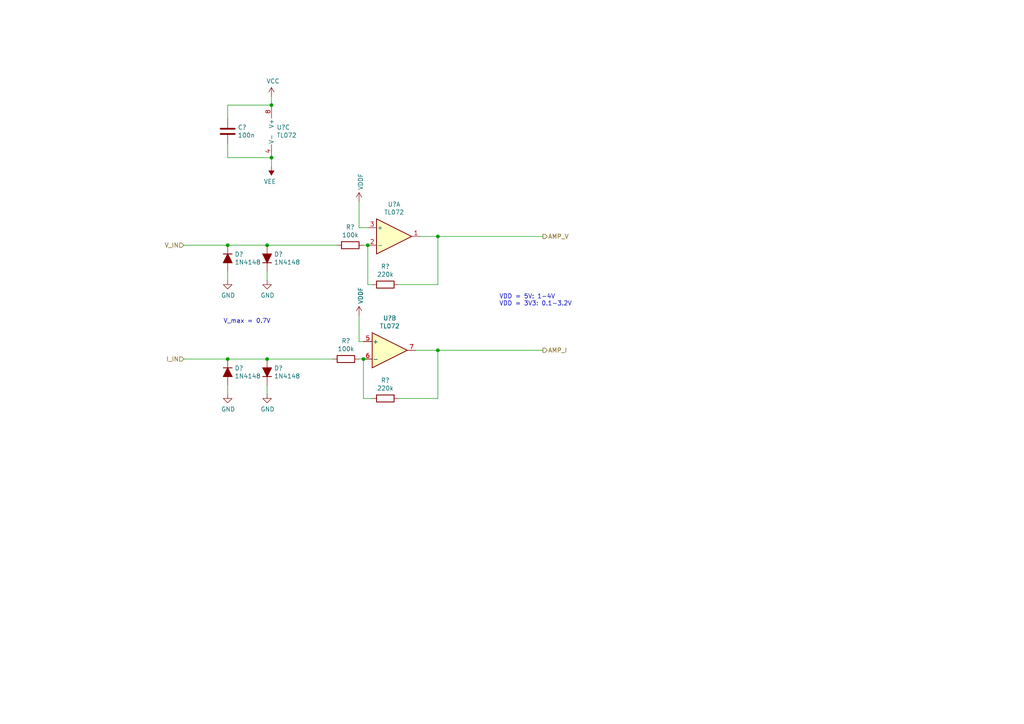
<source format=kicad_sch>
(kicad_sch (version 20231120) (generator "eeschema") (generator_version "8.0")
  (paper "A4")
  (lib_symbols
    (symbol "Amplifier_Operational:TL072" (pin_names (offset 0.127))
      (property "Reference" "U" (at 0 5.08 0))
      (property "Value" "TL072" (at 0 -5.08 0))
      (symbol "TL072_1_1"
        (polyline (pts (xy -5.08 5.08) (xy 5.08 0) (xy -5.08 -5.08) (xy -5.08 5.08)) (stroke (width 0.254)) (fill (type background)))
        (pin output line (at 7.62 0 180) (length 2.54) (name "~") (number "1"))
        (pin input line (at -7.62 -2.54 0) (length 2.54) (name "-") (number "2"))
        (pin input line (at -7.62 2.54 0) (length 2.54) (name "+") (number "3"))
      )
      (symbol "TL072_2_1"
        (polyline (pts (xy -5.08 5.08) (xy 5.08 0) (xy -5.08 -5.08) (xy -5.08 5.08)) (stroke (width 0.254)) (fill (type background)))
        (pin input line (at -7.62 2.54 0) (length 2.54) (name "+") (number "5"))
        (pin input line (at -7.62 -2.54 0) (length 2.54) (name "-") (number "6"))
        (pin output line (at 7.62 0 180) (length 2.54) (name "~") (number "7"))
      )
      (symbol "TL072_3_1"
        (pin power_in line (at -2.54 -7.62 90) (length 3.81) (name "V-") (number "4"))
        (pin power_in line (at -2.54 7.62 270) (length 3.81) (name "V+") (number "8"))
      )
    )
    (symbol "Device:C" (pin_numbers hide) (pin_names (offset 0.254))
      (property "Reference" "C" (at 0.635 2.54 0))
      (property "Value" "C" (at 0.635 -2.54 0))
      (symbol "C_0_1"
        (polyline (pts (xy -2.032 -0.762) (xy 2.032 -0.762)) (stroke (width 0.508)))
        (polyline (pts (xy -2.032 0.762) (xy 2.032 0.762)) (stroke (width 0.508)))
      )
      (symbol "C_1_1"
        (pin passive line (at 0 3.81 270) (length 2.794) (name "~") (number "1"))
        (pin passive line (at 0 -3.81 90) (length 2.794) (name "~") (number "2"))
      )
    )
    (symbol "Device:D_Filled" (pin_numbers hide) (pin_names (offset 1.016) hide)
      (property "Reference" "D" (at 0 2.54 0))
      (property "Value" "D_Filled" (at 0 -2.54 0))
      (symbol "D_Filled_0_1"
        (polyline (pts (xy -1.27 1.27) (xy -1.27 -1.27)) (stroke (width 0.254)))
        (polyline (pts (xy 1.27 0) (xy -1.27 0)))
        (polyline (pts (xy 1.27 1.27) (xy 1.27 -1.27) (xy -1.27 0) (xy 1.27 1.27)) (stroke (width 0.254)) (fill (type outline)))
      )
      (symbol "D_Filled_1_1"
        (pin passive line (at -3.81 0 0) (length 2.54) (name "K") (number "1"))
        (pin passive line (at 3.81 0 180) (length 2.54) (name "A") (number "2"))
      )
    )
    (symbol "Device:R" (pin_numbers hide) (pin_names (offset 0))
      (property "Reference" "R" (at 2.032 0 90))
      (property "Value" "R" (at 0 0 90))
      (symbol "R_0_1"
        (rectangle (start -1.016 -2.54) (end 1.016 2.54) (stroke (width 0.254)))
      )
      (symbol "R_1_1"
        (pin passive line (at 0 3.81 270) (length 1.27) (name "~") (number "1"))
        (pin passive line (at 0 -3.81 90) (length 1.27) (name "~") (number "2"))
      )
    )
    (symbol "power:GND" (power) (pin_names (offset 0))
      (property "Value" "GND" (at 0 -3.81 0))
      (symbol "GND_0_1"
        (polyline (pts (xy 0 0) (xy 0 -1.27) (xy 1.27 -1.27) (xy 0 -2.54) (xy -1.27 -1.27) (xy 0 -1.27)))
      )
      (symbol "GND_1_1"
        (pin power_in line (at 0 0 270) (length 0) hide (name "GND") (number "1"))
      )
    )
    (symbol "power:VCC" (power) (pin_names (offset 0))
      (property "Value" "VCC" (at 0 3.81 0))
      (symbol "VCC_0_1"
        (polyline (pts (xy -0.762 1.27) (xy 0 2.54)))
        (polyline (pts (xy 0 0) (xy 0 2.54)))
        (polyline (pts (xy 0 2.54) (xy 0.762 1.27)))
      )
      (symbol "VCC_1_1"
        (pin power_in line (at 0 0 90) (length 0) hide (name "VCC") (number "1"))
      )
    )
    (symbol "power:VDDF" (power) (pin_names (offset 0))
      (property "Value" "VDDF" (at 0 3.81 0))
      (symbol "VDDF_0_1"
        (polyline (pts (xy -0.762 1.27) (xy 0 2.54)))
        (polyline (pts (xy 0 0) (xy 0 2.54)))
        (polyline (pts (xy 0 2.54) (xy 0.762 1.27)))
      )
      (symbol "VDDF_1_1"
        (pin power_in line (at 0 0 90) (length 0) hide (name "VDDF") (number "1"))
      )
    )
    (symbol "power:VEE" (power) (pin_names (offset 0))
      (property "Value" "VEE" (at 0 3.81 0))
      (symbol "VEE_0_1"
        (polyline (pts (xy 0 0) (xy 0 2.54)))
        (polyline (pts (xy 0.762 1.27) (xy -0.762 1.27) (xy 0 2.54) (xy 0.762 1.27)) (fill (type outline)))
      )
      (symbol "VEE_1_1"
        (pin power_in line (at 0 0 90) (length 0) hide (name "VEE") (number "1"))
      )
    )
  )
  (junction (at 106.68 71.12))
  (junction (at 78.74 30.48))
  (junction (at 77.47 104.14))
  (junction (at 105.41 104.14))
  (junction (at 66.04 104.14))
  (junction (at 127 68.58))
  (junction (at 66.04 71.12))
  (junction (at 127 101.6))
  (junction (at 77.47 71.12))
  (junction (at 78.74 45.72))
  (wire (pts (xy 77.47 104.14) (xy 96.52 104.14)))
  (wire (pts (xy 66.04 45.72) (xy 78.74 45.72)))
  (wire (pts (xy 127 68.58) (xy 157.48 68.58)))
  (wire (pts (xy 105.41 71.12) (xy 106.68 71.12)))
  (wire (pts (xy 66.04 41.91) (xy 66.04 45.72)))
  (wire (pts (xy 78.74 30.48) (xy 78.74 27.94)))
  (wire (pts (xy 127 82.55) (xy 127 68.58)))
  (wire (pts (xy 53.34 104.14) (xy 66.04 104.14)))
  (wire (pts (xy 121.92 68.58) (xy 127 68.58)))
  (wire (pts (xy 66.04 104.14) (xy 77.47 104.14)))
  (wire (pts (xy 66.04 78.74) (xy 66.04 81.28)))
  (wire (pts (xy 105.41 115.57) (xy 105.41 104.14)))
  (wire (pts (xy 78.74 48.26) (xy 78.74 45.72)))
  (wire (pts (xy 66.04 34.29) (xy 66.04 30.48)))
  (wire (pts (xy 66.04 30.48) (xy 78.74 30.48)))
  (wire (pts (xy 115.57 115.57) (xy 127 115.57)))
  (wire (pts (xy 77.47 71.12) (xy 97.79 71.12)))
  (wire (pts (xy 104.14 58.42) (xy 104.14 66.04)))
  (wire (pts (xy 127 101.6) (xy 157.48 101.6)))
  (wire (pts (xy 107.95 115.57) (xy 105.41 115.57)))
  (wire (pts (xy 106.68 82.55) (xy 106.68 71.12)))
  (wire (pts (xy 66.04 71.12) (xy 77.47 71.12)))
  (wire (pts (xy 77.47 114.3) (xy 77.47 111.76)))
  (wire (pts (xy 115.57 82.55) (xy 127 82.55)))
  (wire (pts (xy 120.65 101.6) (xy 127 101.6)))
  (wire (pts (xy 107.95 82.55) (xy 106.68 82.55)))
  (wire (pts (xy 66.04 111.76) (xy 66.04 114.3)))
  (wire (pts (xy 127 115.57) (xy 127 101.6)))
  (wire (pts (xy 104.14 99.06) (xy 105.41 99.06)))
  (wire (pts (xy 104.14 66.04) (xy 106.68 66.04)))
  (wire (pts (xy 77.47 78.74) (xy 77.47 81.28)))
  (wire (pts (xy 53.34 71.12) (xy 66.04 71.12)))
  (wire (pts (xy 104.14 91.44) (xy 104.14 99.06)))
  (wire (pts (xy 104.14 104.14) (xy 105.41 104.14)))
  (text "V_max = 0.7V" (at 64.77 93.98 0) (effects (font (size 1.27 1.27)) (justify left bottom)))
  (text "VDD = 5V: 1-4V\nVDD = 3V3: 0.1-3.2V" (at 144.78 88.9 0) (effects (font (size 1.27 1.27)) (justify left bottom)))
  (hierarchical_label "AMP_V" (shape output) (at 157.48 68.58 0))
  (hierarchical_label "I_IN" (shape input) (at 53.34 104.14 180))
  (hierarchical_label "AMP_I" (shape output) (at 157.48 101.6 0))
  (hierarchical_label "V_IN" (shape input) (at 53.34 71.12 180))
  (symbol (lib_id "power:VEE") (at 78.74 48.26 180) (unit 1)
    (property "Reference" "#PWR?" (effects (hide yes)))
    (property "Value" "VEE" (at 78.2828 52.6542 0))
  )
  (symbol (lib_id "power:VCC") (at 78.74 27.94 0) (unit 1)
    (property "Reference" "#PWR?" (effects (hide yes)))
    (property "Value" "VCC" (at 79.1718 23.5458 0))
  )
  (symbol (lib_id "Device:C") (at 66.04 38.1 0) (unit 1)
    (property "Reference" "C?" (at 68.961 36.9316 0) (effects (justify left)))
    (property "Value" "100n" (at 68.961 39.243 0) (effects (justify left)))
    (property "Footprint" "For_Rasterboard:C_Disc_D3.0mm_W1.6mm_Pinf" (effects (hide yes)))
  )
  (symbol (lib_id "Amplifier_Operational:TL072") (at 114.3 68.58 0) (unit 1)
    (property "Reference" "U?" (at 114.3 59.2582 0))
    (property "Value" "TL072" (at 114.3 61.5696 0))
    (property "Footprint" "Package_DIP:DIP-8_W7.62mm" (effects (hide yes)))
    (property "Datasheet" "http://www.ti.com/lit/ds/symlink/tl071.pdf" (effects (hide yes)))
  )
  (symbol (lib_id "Amplifier_Operational:TL072") (at 113.03 101.6 0) (unit 2)
    (property "Reference" "U?" (at 113.03 92.2782 0))
    (property "Value" "TL072" (at 113.03 94.5896 0))
    (property "Footprint" "Package_DIP:DIP-8_W7.62mm" (effects (hide yes)))
    (property "Datasheet" "http://www.ti.com/lit/ds/symlink/tl071.pdf" (effects (hide yes)))
  )
  (symbol (lib_id "Amplifier_Operational:TL072") (at 81.28 38.1 0) (unit 3)
    (property "Reference" "U?" (at 80.2132 36.9316 0) (effects (justify left)))
    (property "Value" "TL072" (at 80.2132 39.243 0) (effects (justify left)))
    (property "Footprint" "Package_DIP:DIP-8_W7.62mm" (effects (hide yes)))
    (property "Datasheet" "http://www.ti.com/lit/ds/symlink/tl071.pdf" (effects (hide yes)))
  )
  (symbol (lib_id "power:VDDF") (at 104.14 58.42 0) (unit 1)
    (property "Reference" "#PWR?" (effects (hide yes)))
    (property "Value" "VDDF" (at 104.5972 55.1688 90) (effects (justify left)))
  )
  (symbol (lib_id "Device:R") (at 111.76 82.55 270) (unit 1)
    (property "Reference" "R?" (at 111.76 77.2922 90))
    (property "Value" "220k" (at 111.76 79.6036 90))
    (property "Footprint" "Resistor_THT:R_Axial_DIN0207_L6.3mm_D2.5mm_P2.54mm_Vertical" (effects (hide yes)))
  )
  (symbol (lib_id "Device:R") (at 101.6 71.12 270) (unit 1)
    (property "Reference" "R?" (at 101.6 65.8622 90))
    (property "Value" "100k" (at 101.6 68.1736 90))
    (property "Footprint" "For_Rasterboard:R_Axial_DIN0207_L6.3mm_D2.5mm_Pinf_Horizontal" (effects (hide yes)))
  )
  (symbol (lib_id "Device:R") (at 111.76 115.57 270) (unit 1)
    (property "Reference" "R?" (at 111.76 110.3122 90))
    (property "Value" "220k" (at 111.76 112.6236 90))
    (property "Footprint" "Resistor_THT:R_Axial_DIN0207_L6.3mm_D2.5mm_P2.54mm_Vertical" (effects (hide yes)))
  )
  (symbol (lib_id "Device:R") (at 100.33 104.14 270) (unit 1)
    (property "Reference" "R?" (at 100.33 98.8822 90))
    (property "Value" "100k" (at 100.33 101.1936 90))
    (property "Footprint" "For_Rasterboard:R_Axial_DIN0207_L6.3mm_D2.5mm_Pinf_Horizontal" (effects (hide yes)))
  )
  (symbol (lib_id "power:VDDF") (at 104.14 91.44 0) (unit 1)
    (property "Reference" "#PWR?" (effects (hide yes)))
    (property "Value" "VDDF" (at 104.5972 88.1888 90) (effects (justify left)))
  )
  (symbol (lib_id "Device:D_Filled") (at 66.04 74.93 270) (unit 1)
    (property "Reference" "D?" (at 68.0466 73.7616 90) (effects (justify left)))
    (property "Value" "1N4148" (at 68.0466 76.073 90) (effects (justify left)))
    (property "Footprint" "For_Rasterboard:R_Axial_DIN0207_L6.3mm_D2.5mm_Pinf_Horizontal" (effects (hide yes)))
  )
  (symbol (lib_id "Device:D_Filled") (at 77.47 74.93 90) (unit 1)
    (property "Reference" "D?" (at 79.4766 73.7616 90) (effects (justify right)))
    (property "Value" "1N4148" (at 79.4766 76.073 90) (effects (justify right)))
    (property "Footprint" "For_Rasterboard:R_Axial_DIN0207_L6.3mm_D2.5mm_Pinf_Horizontal" (effects (hide yes)))
  )
  (symbol (lib_id "Device:D_Filled") (at 77.47 107.95 90) (unit 1)
    (property "Reference" "D?" (at 79.4766 106.7816 90) (effects (justify right)))
    (property "Value" "1N4148" (at 79.4766 109.093 90) (effects (justify right)))
    (property "Footprint" "For_Rasterboard:R_Axial_DIN0207_L6.3mm_D2.5mm_Pinf_Horizontal" (effects (hide yes)))
  )
  (symbol (lib_id "Device:D_Filled") (at 66.04 107.95 270) (unit 1)
    (property "Reference" "D?" (at 68.0466 106.7816 90) (effects (justify left)))
    (property "Value" "1N4148" (at 68.0466 109.093 90) (effects (justify left)))
    (property "Footprint" "For_Rasterboard:R_Axial_DIN0207_L6.3mm_D2.5mm_Pinf_Horizontal" (effects (hide yes)))
  )
  (symbol (lib_id "power:GND") (at 77.47 114.3 0) (unit 1)
    (property "Reference" "#PWR?" (effects (hide yes)))
    (property "Value" "GND" (at 77.597 118.6942 0))
  )
  (symbol (lib_id "power:GND") (at 66.04 114.3 0) (unit 1)
    (property "Reference" "#PWR?" (effects (hide yes)))
    (property "Value" "GND" (at 66.167 118.6942 0))
  )
  (symbol (lib_id "power:GND") (at 66.04 81.28 0) (unit 1)
    (property "Reference" "#PWR?" (effects (hide yes)))
    (property "Value" "GND" (at 66.167 85.6742 0))
  )
  (symbol (lib_id "power:GND") (at 77.47 81.28 0) (unit 1)
    (property "Reference" "#PWR?" (effects (hide yes)))
    (property "Value" "GND" (at 77.597 85.6742 0))
  )
)
</source>
